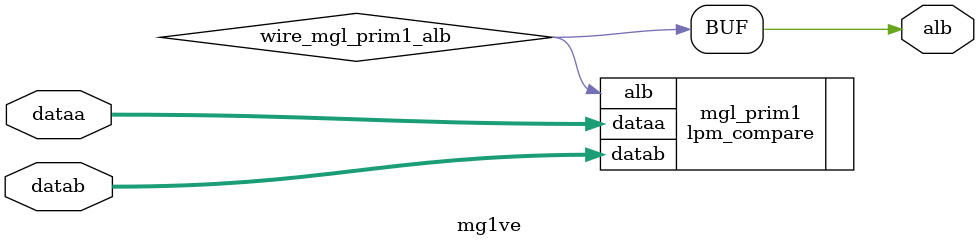
<source format=v>






//synthesis_resources = lpm_compare 1 
//synopsys translate_off
`timescale 1 ps / 1 ps
//synopsys translate_on
module  mg1ve
	( 
	alb,
	dataa,
	datab) /* synthesis synthesis_clearbox=1 */;
	output   alb;
	input   [79:0]  dataa;
	input   [79:0]  datab;

	wire  wire_mgl_prim1_alb;

	lpm_compare   mgl_prim1
	( 
	.alb(wire_mgl_prim1_alb),
	.dataa(dataa),
	.datab(datab));
	defparam
		mgl_prim1.lpm_representation = "UNSIGNED",
		mgl_prim1.lpm_type = "LPM_COMPARE",
		mgl_prim1.lpm_width = 80,
		mgl_prim1.lpm_hint = "ONE_INPUT_IS_CONSTANT=YES";
	assign
		alb = wire_mgl_prim1_alb;
endmodule //mg1ve
//VALID FILE

</source>
